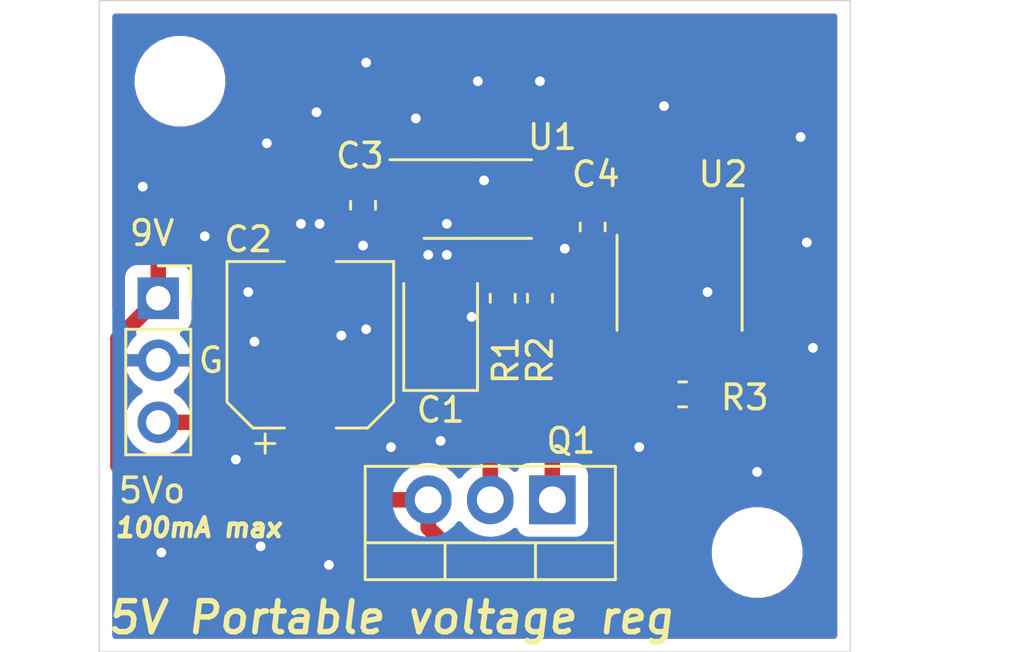
<source format=kicad_pcb>
(kicad_pcb (version 20171130) (host pcbnew 5.1.6-c6e7f7d~87~ubuntu18.04.1)

  (general
    (thickness 1.6)
    (drawings 11)
    (tracks 96)
    (zones 0)
    (modules 13)
    (nets 15)
  )

  (page A4)
  (layers
    (0 F.Cu signal)
    (31 B.Cu signal)
    (32 B.Adhes user)
    (33 F.Adhes user)
    (34 B.Paste user)
    (35 F.Paste user)
    (36 B.SilkS user hide)
    (37 F.SilkS user)
    (38 B.Mask user)
    (39 F.Mask user)
    (40 Dwgs.User user)
    (41 Cmts.User user)
    (42 Eco1.User user)
    (43 Eco2.User user hide)
    (44 Edge.Cuts user)
    (45 Margin user)
    (46 B.CrtYd user)
    (47 F.CrtYd user)
    (48 B.Fab user)
    (49 F.Fab user hide)
  )

  (setup
    (last_trace_width 0.25)
    (user_trace_width 0.1524)
    (user_trace_width 0.254)
    (user_trace_width 0.381)
    (user_trace_width 0.508)
    (user_trace_width 0.635)
    (trace_clearance 0.2)
    (zone_clearance 0.127)
    (zone_45_only no)
    (trace_min 0.2)
    (via_size 0.8)
    (via_drill 0.4)
    (via_min_size 0.4)
    (via_min_drill 0.3)
    (uvia_size 0.3)
    (uvia_drill 0.1)
    (uvias_allowed no)
    (uvia_min_size 0.2)
    (uvia_min_drill 0.1)
    (edge_width 0.05)
    (segment_width 0.2)
    (pcb_text_width 0.3)
    (pcb_text_size 1.5 1.5)
    (mod_edge_width 0.12)
    (mod_text_size 1 1)
    (mod_text_width 0.15)
    (pad_size 1.524 1.524)
    (pad_drill 0.762)
    (pad_to_mask_clearance 0.05)
    (aux_axis_origin 0 0)
    (visible_elements FFFFFF7F)
    (pcbplotparams
      (layerselection 0x010fc_ffffffff)
      (usegerberextensions false)
      (usegerberattributes true)
      (usegerberadvancedattributes true)
      (creategerberjobfile true)
      (excludeedgelayer true)
      (linewidth 0.100000)
      (plotframeref false)
      (viasonmask false)
      (mode 1)
      (useauxorigin false)
      (hpglpennumber 1)
      (hpglpenspeed 20)
      (hpglpendiameter 15.000000)
      (psnegative false)
      (psa4output false)
      (plotreference true)
      (plotvalue true)
      (plotinvisibletext false)
      (padsonsilk false)
      (subtractmaskfromsilk false)
      (outputformat 1)
      (mirror false)
      (drillshape 0)
      (scaleselection 1)
      (outputdirectory "../production/gerbers"))
  )

  (net 0 "")
  (net 1 GND)
  (net 2 /Vout)
  (net 3 "Net-(Q1-Pad1)")
  (net 4 "Net-(U2-Pad8)")
  (net 5 "Net-(U2-Pad5)")
  (net 6 "Net-(U2-Pad1)")
  (net 7 +9V)
  (net 8 "Net-(C4-Pad1)")
  (net 9 "Net-(R1-Pad1)")
  (net 10 "Net-(U1-Pad8)")
  (net 11 "Net-(U1-Pad7)")
  (net 12 "Net-(U1-Pad5)")
  (net 13 "Net-(U1-Pad3)")
  (net 14 "Net-(U1-Pad1)")

  (net_class Default "This is the default net class."
    (clearance 0.2)
    (trace_width 0.25)
    (via_dia 0.8)
    (via_drill 0.4)
    (uvia_dia 0.3)
    (uvia_drill 0.1)
    (add_net +9V)
    (add_net /Vout)
    (add_net GND)
    (add_net "Net-(C4-Pad1)")
    (add_net "Net-(Q1-Pad1)")
    (add_net "Net-(R1-Pad1)")
    (add_net "Net-(U1-Pad1)")
    (add_net "Net-(U1-Pad3)")
    (add_net "Net-(U1-Pad5)")
    (add_net "Net-(U1-Pad7)")
    (add_net "Net-(U1-Pad8)")
    (add_net "Net-(U2-Pad1)")
    (add_net "Net-(U2-Pad5)")
    (add_net "Net-(U2-Pad8)")
  )

  (module Package_SO:SOIC-8_3.9x4.9mm_P1.27mm (layer F.Cu) (tedit 5D9F72B1) (tstamp 61B843F7)
    (at 163.703 95.377 270)
    (descr "SOIC, 8 Pin (JEDEC MS-012AA, https://www.analog.com/media/en/package-pcb-resources/package/pkg_pdf/soic_narrow-r/r_8.pdf), generated with kicad-footprint-generator ipc_gullwing_generator.py")
    (tags "SOIC SO")
    (path /61C34A1C)
    (attr smd)
    (fp_text reference U2 (at -4.445 -1.778) (layer F.SilkS)
      (effects (font (size 1 1) (thickness 0.15)))
    )
    (fp_text value OPA188xxD (at 0 3.4 90) (layer F.Fab)
      (effects (font (size 1 1) (thickness 0.15)))
    )
    (fp_line (start 0 2.56) (end 1.95 2.56) (layer F.SilkS) (width 0.12))
    (fp_line (start 0 2.56) (end -1.95 2.56) (layer F.SilkS) (width 0.12))
    (fp_line (start 0 -2.56) (end 1.95 -2.56) (layer F.SilkS) (width 0.12))
    (fp_line (start 0 -2.56) (end -3.45 -2.56) (layer F.SilkS) (width 0.12))
    (fp_line (start -0.975 -2.45) (end 1.95 -2.45) (layer F.Fab) (width 0.1))
    (fp_line (start 1.95 -2.45) (end 1.95 2.45) (layer F.Fab) (width 0.1))
    (fp_line (start 1.95 2.45) (end -1.95 2.45) (layer F.Fab) (width 0.1))
    (fp_line (start -1.95 2.45) (end -1.95 -1.475) (layer F.Fab) (width 0.1))
    (fp_line (start -1.95 -1.475) (end -0.975 -2.45) (layer F.Fab) (width 0.1))
    (fp_line (start -3.7 -2.7) (end -3.7 2.7) (layer F.CrtYd) (width 0.05))
    (fp_line (start -3.7 2.7) (end 3.7 2.7) (layer F.CrtYd) (width 0.05))
    (fp_line (start 3.7 2.7) (end 3.7 -2.7) (layer F.CrtYd) (width 0.05))
    (fp_line (start 3.7 -2.7) (end -3.7 -2.7) (layer F.CrtYd) (width 0.05))
    (fp_text user %R (at 0 0 90) (layer F.Fab)
      (effects (font (size 0.98 0.98) (thickness 0.15)))
    )
    (pad 8 smd roundrect (at 2.475 -1.905 270) (size 1.95 0.6) (layers F.Cu F.Paste F.Mask) (roundrect_rratio 0.25)
      (net 4 "Net-(U2-Pad8)"))
    (pad 7 smd roundrect (at 2.475 -0.635 270) (size 1.95 0.6) (layers F.Cu F.Paste F.Mask) (roundrect_rratio 0.25)
      (net 7 +9V))
    (pad 6 smd roundrect (at 2.475 0.635 270) (size 1.95 0.6) (layers F.Cu F.Paste F.Mask) (roundrect_rratio 0.25)
      (net 3 "Net-(Q1-Pad1)"))
    (pad 5 smd roundrect (at 2.475 1.905 270) (size 1.95 0.6) (layers F.Cu F.Paste F.Mask) (roundrect_rratio 0.25)
      (net 5 "Net-(U2-Pad5)"))
    (pad 4 smd roundrect (at -2.475 1.905 270) (size 1.95 0.6) (layers F.Cu F.Paste F.Mask) (roundrect_rratio 0.25)
      (net 1 GND))
    (pad 3 smd roundrect (at -2.475 0.635 270) (size 1.95 0.6) (layers F.Cu F.Paste F.Mask) (roundrect_rratio 0.25)
      (net 9 "Net-(R1-Pad1)"))
    (pad 2 smd roundrect (at -2.475 -0.635 270) (size 1.95 0.6) (layers F.Cu F.Paste F.Mask) (roundrect_rratio 0.25)
      (net 8 "Net-(C4-Pad1)"))
    (pad 1 smd roundrect (at -2.475 -1.905 270) (size 1.95 0.6) (layers F.Cu F.Paste F.Mask) (roundrect_rratio 0.25)
      (net 6 "Net-(U2-Pad1)"))
    (model ${KISYS3DMOD}/Package_SO.3dshapes/SOIC-8_3.9x4.9mm_P1.27mm.wrl
      (at (xyz 0 0 0))
      (scale (xyz 1 1 1))
      (rotate (xyz 0 0 0))
    )
  )

  (module Capacitor_SMD:CP_Elec_6.3x5.4_Nichicon (layer F.Cu) (tedit 5BCA39D0) (tstamp 61C2E8C0)
    (at 148.59 97.917 90)
    (descr "SMD capacitor, aluminum electrolytic, Nichicon, 6.3x5.4mm")
    (tags "capacitor electrolytic")
    (path /61C5C981)
    (attr smd)
    (fp_text reference C2 (at 4.318 -2.54 180) (layer F.SilkS)
      (effects (font (size 1 1) (thickness 0.15)))
    )
    (fp_text value 1000u (at 0 4.35 90) (layer F.Fab)
      (effects (font (size 1 1) (thickness 0.15)))
    )
    (fp_circle (center 0 0) (end 3.15 0) (layer F.Fab) (width 0.1))
    (fp_line (start 3.3 -3.3) (end 3.3 3.3) (layer F.Fab) (width 0.1))
    (fp_line (start -2.3 -3.3) (end 3.3 -3.3) (layer F.Fab) (width 0.1))
    (fp_line (start -2.3 3.3) (end 3.3 3.3) (layer F.Fab) (width 0.1))
    (fp_line (start -3.3 -2.3) (end -3.3 2.3) (layer F.Fab) (width 0.1))
    (fp_line (start -3.3 -2.3) (end -2.3 -3.3) (layer F.Fab) (width 0.1))
    (fp_line (start -3.3 2.3) (end -2.3 3.3) (layer F.Fab) (width 0.1))
    (fp_line (start -2.704838 -1.33) (end -2.074838 -1.33) (layer F.Fab) (width 0.1))
    (fp_line (start -2.389838 -1.645) (end -2.389838 -1.015) (layer F.Fab) (width 0.1))
    (fp_line (start 3.41 3.41) (end 3.41 1.06) (layer F.SilkS) (width 0.12))
    (fp_line (start 3.41 -3.41) (end 3.41 -1.06) (layer F.SilkS) (width 0.12))
    (fp_line (start -2.345563 -3.41) (end 3.41 -3.41) (layer F.SilkS) (width 0.12))
    (fp_line (start -2.345563 3.41) (end 3.41 3.41) (layer F.SilkS) (width 0.12))
    (fp_line (start -3.41 2.345563) (end -3.41 1.06) (layer F.SilkS) (width 0.12))
    (fp_line (start -3.41 -2.345563) (end -3.41 -1.06) (layer F.SilkS) (width 0.12))
    (fp_line (start -3.41 -2.345563) (end -2.345563 -3.41) (layer F.SilkS) (width 0.12))
    (fp_line (start -3.41 2.345563) (end -2.345563 3.41) (layer F.SilkS) (width 0.12))
    (fp_line (start -4.4375 -1.8475) (end -3.65 -1.8475) (layer F.SilkS) (width 0.12))
    (fp_line (start -4.04375 -2.24125) (end -4.04375 -1.45375) (layer F.SilkS) (width 0.12))
    (fp_line (start 3.55 -3.55) (end 3.55 -1.05) (layer F.CrtYd) (width 0.05))
    (fp_line (start 3.55 -1.05) (end 4.7 -1.05) (layer F.CrtYd) (width 0.05))
    (fp_line (start 4.7 -1.05) (end 4.7 1.05) (layer F.CrtYd) (width 0.05))
    (fp_line (start 4.7 1.05) (end 3.55 1.05) (layer F.CrtYd) (width 0.05))
    (fp_line (start 3.55 1.05) (end 3.55 3.55) (layer F.CrtYd) (width 0.05))
    (fp_line (start -2.4 3.55) (end 3.55 3.55) (layer F.CrtYd) (width 0.05))
    (fp_line (start -2.4 -3.55) (end 3.55 -3.55) (layer F.CrtYd) (width 0.05))
    (fp_line (start -3.55 2.4) (end -2.4 3.55) (layer F.CrtYd) (width 0.05))
    (fp_line (start -3.55 -2.4) (end -2.4 -3.55) (layer F.CrtYd) (width 0.05))
    (fp_line (start -3.55 -2.4) (end -3.55 -1.05) (layer F.CrtYd) (width 0.05))
    (fp_line (start -3.55 1.05) (end -3.55 2.4) (layer F.CrtYd) (width 0.05))
    (fp_line (start -3.55 -1.05) (end -4.7 -1.05) (layer F.CrtYd) (width 0.05))
    (fp_line (start -4.7 -1.05) (end -4.7 1.05) (layer F.CrtYd) (width 0.05))
    (fp_line (start -4.7 1.05) (end -3.55 1.05) (layer F.CrtYd) (width 0.05))
    (fp_text user %R (at 0 0 90) (layer F.Fab)
      (effects (font (size 1 1) (thickness 0.15)))
    )
    (pad 2 smd roundrect (at 2.7 0 90) (size 3.5 1.6) (layers F.Cu F.Paste F.Mask) (roundrect_rratio 0.15625)
      (net 1 GND))
    (pad 1 smd roundrect (at -2.7 0 90) (size 3.5 1.6) (layers F.Cu F.Paste F.Mask) (roundrect_rratio 0.15625)
      (net 2 /Vout))
    (model ${KISYS3DMOD}/Capacitor_SMD.3dshapes/CP_Elec_6.3x5.4_Nichicon.wrl
      (at (xyz 0 0 0))
      (scale (xyz 1 1 1))
      (rotate (xyz 0 0 0))
    )
  )

  (module Package_SO:TSSOP-8_4.4x3mm_P0.65mm (layer F.Cu) (tedit 5E476F32) (tstamp 61B843DD)
    (at 155.448 91.948)
    (descr "TSSOP, 8 Pin (JEDEC MO-153 Var AA https://www.jedec.org/document_search?search_api_views_fulltext=MO-153), generated with kicad-footprint-generator ipc_gullwing_generator.py")
    (tags "TSSOP SO")
    (path /61C34F2E)
    (attr smd)
    (fp_text reference U1 (at 3.048 -2.54) (layer F.SilkS)
      (effects (font (size 1 1) (thickness 0.15)))
    )
    (fp_text value ADR293GRUZ (at 0 2.45) (layer F.Fab)
      (effects (font (size 1 1) (thickness 0.15)))
    )
    (fp_line (start 0 1.61) (end 2.2 1.61) (layer F.SilkS) (width 0.12))
    (fp_line (start 0 1.61) (end -2.2 1.61) (layer F.SilkS) (width 0.12))
    (fp_line (start 0 -1.61) (end 2.2 -1.61) (layer F.SilkS) (width 0.12))
    (fp_line (start 0 -1.61) (end -3.6 -1.61) (layer F.SilkS) (width 0.12))
    (fp_line (start -1.45 -1.5) (end 2.2 -1.5) (layer F.Fab) (width 0.1))
    (fp_line (start 2.2 -1.5) (end 2.2 1.5) (layer F.Fab) (width 0.1))
    (fp_line (start 2.2 1.5) (end -2.2 1.5) (layer F.Fab) (width 0.1))
    (fp_line (start -2.2 1.5) (end -2.2 -0.75) (layer F.Fab) (width 0.1))
    (fp_line (start -2.2 -0.75) (end -1.45 -1.5) (layer F.Fab) (width 0.1))
    (fp_line (start -3.85 -1.75) (end -3.85 1.75) (layer F.CrtYd) (width 0.05))
    (fp_line (start -3.85 1.75) (end 3.85 1.75) (layer F.CrtYd) (width 0.05))
    (fp_line (start 3.85 1.75) (end 3.85 -1.75) (layer F.CrtYd) (width 0.05))
    (fp_line (start 3.85 -1.75) (end -3.85 -1.75) (layer F.CrtYd) (width 0.05))
    (fp_text user %R (at 0 0) (layer F.Fab)
      (effects (font (size 1 1) (thickness 0.15)))
    )
    (pad 8 smd roundrect (at 2.8625 -0.975) (size 1.475 0.4) (layers F.Cu F.Paste F.Mask) (roundrect_rratio 0.25)
      (net 10 "Net-(U1-Pad8)"))
    (pad 7 smd roundrect (at 2.8625 -0.325) (size 1.475 0.4) (layers F.Cu F.Paste F.Mask) (roundrect_rratio 0.25)
      (net 11 "Net-(U1-Pad7)"))
    (pad 6 smd roundrect (at 2.8625 0.325) (size 1.475 0.4) (layers F.Cu F.Paste F.Mask) (roundrect_rratio 0.25)
      (net 8 "Net-(C4-Pad1)"))
    (pad 5 smd roundrect (at 2.8625 0.975) (size 1.475 0.4) (layers F.Cu F.Paste F.Mask) (roundrect_rratio 0.25)
      (net 12 "Net-(U1-Pad5)"))
    (pad 4 smd roundrect (at -2.8625 0.975) (size 1.475 0.4) (layers F.Cu F.Paste F.Mask) (roundrect_rratio 0.25)
      (net 1 GND))
    (pad 3 smd roundrect (at -2.8625 0.325) (size 1.475 0.4) (layers F.Cu F.Paste F.Mask) (roundrect_rratio 0.25)
      (net 13 "Net-(U1-Pad3)"))
    (pad 2 smd roundrect (at -2.8625 -0.325) (size 1.475 0.4) (layers F.Cu F.Paste F.Mask) (roundrect_rratio 0.25)
      (net 7 +9V))
    (pad 1 smd roundrect (at -2.8625 -0.975) (size 1.475 0.4) (layers F.Cu F.Paste F.Mask) (roundrect_rratio 0.25)
      (net 14 "Net-(U1-Pad1)"))
    (model ${KISYS3DMOD}/Package_SO.3dshapes/TSSOP-8_4.4x3mm_P0.65mm.wrl
      (at (xyz 0 0 0))
      (scale (xyz 1 1 1))
      (rotate (xyz 0 0 0))
    )
  )

  (module Package_TO_SOT_THT:TO-220-3_Vertical (layer F.Cu) (tedit 5AC8BA0D) (tstamp 61B84350)
    (at 158.496 104.267 180)
    (descr "TO-220-3, Vertical, RM 2.54mm, see https://www.vishay.com/docs/66542/to-220-1.pdf")
    (tags "TO-220-3 Vertical RM 2.54mm")
    (path /61C571DB)
    (fp_text reference Q1 (at -0.762 2.413) (layer F.SilkS)
      (effects (font (size 1 1) (thickness 0.15)))
    )
    (fp_text value IRF9540N (at 2.54 2.5) (layer F.Fab)
      (effects (font (size 1 1) (thickness 0.15)))
    )
    (fp_line (start -2.46 -3.15) (end -2.46 1.25) (layer F.Fab) (width 0.1))
    (fp_line (start -2.46 1.25) (end 7.54 1.25) (layer F.Fab) (width 0.1))
    (fp_line (start 7.54 1.25) (end 7.54 -3.15) (layer F.Fab) (width 0.1))
    (fp_line (start 7.54 -3.15) (end -2.46 -3.15) (layer F.Fab) (width 0.1))
    (fp_line (start -2.46 -1.88) (end 7.54 -1.88) (layer F.Fab) (width 0.1))
    (fp_line (start 0.69 -3.15) (end 0.69 -1.88) (layer F.Fab) (width 0.1))
    (fp_line (start 4.39 -3.15) (end 4.39 -1.88) (layer F.Fab) (width 0.1))
    (fp_line (start -2.58 -3.27) (end 7.66 -3.27) (layer F.SilkS) (width 0.12))
    (fp_line (start -2.58 1.371) (end 7.66 1.371) (layer F.SilkS) (width 0.12))
    (fp_line (start -2.58 -3.27) (end -2.58 1.371) (layer F.SilkS) (width 0.12))
    (fp_line (start 7.66 -3.27) (end 7.66 1.371) (layer F.SilkS) (width 0.12))
    (fp_line (start -2.58 -1.76) (end 7.66 -1.76) (layer F.SilkS) (width 0.12))
    (fp_line (start 0.69 -3.27) (end 0.69 -1.76) (layer F.SilkS) (width 0.12))
    (fp_line (start 4.391 -3.27) (end 4.391 -1.76) (layer F.SilkS) (width 0.12))
    (fp_line (start -2.71 -3.4) (end -2.71 1.51) (layer F.CrtYd) (width 0.05))
    (fp_line (start -2.71 1.51) (end 7.79 1.51) (layer F.CrtYd) (width 0.05))
    (fp_line (start 7.79 1.51) (end 7.79 -3.4) (layer F.CrtYd) (width 0.05))
    (fp_line (start 7.79 -3.4) (end -2.71 -3.4) (layer F.CrtYd) (width 0.05))
    (fp_text user %R (at 2.54 -4.27) (layer F.Fab)
      (effects (font (size 1 1) (thickness 0.15)))
    )
    (pad 3 thru_hole oval (at 5.08 0 180) (size 1.905 2) (drill 1.1) (layers *.Cu *.Mask)
      (net 7 +9V))
    (pad 2 thru_hole oval (at 2.54 0 180) (size 1.905 2) (drill 1.1) (layers *.Cu *.Mask)
      (net 2 /Vout))
    (pad 1 thru_hole rect (at 0 0 180) (size 1.905 2) (drill 1.1) (layers *.Cu *.Mask)
      (net 3 "Net-(Q1-Pad1)"))
    (model ${KISYS3DMOD}/Package_TO_SOT_THT.3dshapes/TO-220-3_Vertical.wrl
      (at (xyz 0 0 0))
      (scale (xyz 1 1 1))
      (rotate (xyz 0 0 0))
    )
  )

  (module Connector_PinSocket_2.54mm:PinSocket_1x03_P2.54mm_Vertical (layer F.Cu) (tedit 5A19A429) (tstamp 61B858DE)
    (at 142.367 96.012)
    (descr "Through hole straight socket strip, 1x03, 2.54mm pitch, single row (from Kicad 4.0.7), script generated")
    (tags "Through hole socket strip THT 1x03 2.54mm single row")
    (path /61C64DB9)
    (fp_text reference J1 (at 0 -2.77) (layer F.SilkS) hide
      (effects (font (size 1 1) (thickness 0.15)))
    )
    (fp_text value Conn_01x03 (at 0 7.85) (layer F.Fab)
      (effects (font (size 1 1) (thickness 0.15)))
    )
    (fp_line (start -1.27 -1.27) (end 0.635 -1.27) (layer F.Fab) (width 0.1))
    (fp_line (start 0.635 -1.27) (end 1.27 -0.635) (layer F.Fab) (width 0.1))
    (fp_line (start 1.27 -0.635) (end 1.27 6.35) (layer F.Fab) (width 0.1))
    (fp_line (start 1.27 6.35) (end -1.27 6.35) (layer F.Fab) (width 0.1))
    (fp_line (start -1.27 6.35) (end -1.27 -1.27) (layer F.Fab) (width 0.1))
    (fp_line (start -1.33 1.27) (end 1.33 1.27) (layer F.SilkS) (width 0.12))
    (fp_line (start -1.33 1.27) (end -1.33 6.41) (layer F.SilkS) (width 0.12))
    (fp_line (start -1.33 6.41) (end 1.33 6.41) (layer F.SilkS) (width 0.12))
    (fp_line (start 1.33 1.27) (end 1.33 6.41) (layer F.SilkS) (width 0.12))
    (fp_line (start 1.33 -1.33) (end 1.33 0) (layer F.SilkS) (width 0.12))
    (fp_line (start 0 -1.33) (end 1.33 -1.33) (layer F.SilkS) (width 0.12))
    (fp_line (start -1.8 -1.8) (end 1.75 -1.8) (layer F.CrtYd) (width 0.05))
    (fp_line (start 1.75 -1.8) (end 1.75 6.85) (layer F.CrtYd) (width 0.05))
    (fp_line (start 1.75 6.85) (end -1.8 6.85) (layer F.CrtYd) (width 0.05))
    (fp_line (start -1.8 6.85) (end -1.8 -1.8) (layer F.CrtYd) (width 0.05))
    (fp_text user %R (at 0 2.54 90) (layer F.Fab)
      (effects (font (size 1 1) (thickness 0.15)))
    )
    (pad 3 thru_hole oval (at 0 5.08) (size 1.7 1.7) (drill 1) (layers *.Cu *.Mask)
      (net 2 /Vout))
    (pad 2 thru_hole oval (at 0 2.54) (size 1.7 1.7) (drill 1) (layers *.Cu *.Mask)
      (net 1 GND))
    (pad 1 thru_hole rect (at 0 0) (size 1.7 1.7) (drill 1) (layers *.Cu *.Mask)
      (net 7 +9V))
  )

  (module Capacitor_SMD:C_0603_1608Metric (layer F.Cu) (tedit 5B301BBE) (tstamp 61C2E8E2)
    (at 160.147 93.091 270)
    (descr "Capacitor SMD 0603 (1608 Metric), square (rectangular) end terminal, IPC_7351 nominal, (Body size source: http://www.tortai-tech.com/upload/download/2011102023233369053.pdf), generated with kicad-footprint-generator")
    (tags capacitor)
    (path /61C35F6D)
    (attr smd)
    (fp_text reference C4 (at -2.159 -0.127 180) (layer F.SilkS)
      (effects (font (size 1 1) (thickness 0.15)))
    )
    (fp_text value 100n (at 0 1.43 90) (layer F.Fab)
      (effects (font (size 1 1) (thickness 0.15)))
    )
    (fp_line (start -0.8 0.4) (end -0.8 -0.4) (layer F.Fab) (width 0.1))
    (fp_line (start -0.8 -0.4) (end 0.8 -0.4) (layer F.Fab) (width 0.1))
    (fp_line (start 0.8 -0.4) (end 0.8 0.4) (layer F.Fab) (width 0.1))
    (fp_line (start 0.8 0.4) (end -0.8 0.4) (layer F.Fab) (width 0.1))
    (fp_line (start -0.162779 -0.51) (end 0.162779 -0.51) (layer F.SilkS) (width 0.12))
    (fp_line (start -0.162779 0.51) (end 0.162779 0.51) (layer F.SilkS) (width 0.12))
    (fp_line (start -1.48 0.73) (end -1.48 -0.73) (layer F.CrtYd) (width 0.05))
    (fp_line (start -1.48 -0.73) (end 1.48 -0.73) (layer F.CrtYd) (width 0.05))
    (fp_line (start 1.48 -0.73) (end 1.48 0.73) (layer F.CrtYd) (width 0.05))
    (fp_line (start 1.48 0.73) (end -1.48 0.73) (layer F.CrtYd) (width 0.05))
    (fp_text user %R (at 0 0 90) (layer F.Fab)
      (effects (font (size 0.4 0.4) (thickness 0.06)))
    )
    (pad 2 smd roundrect (at 0.7875 0 270) (size 0.875 0.95) (layers F.Cu F.Paste F.Mask) (roundrect_rratio 0.25)
      (net 1 GND))
    (pad 1 smd roundrect (at -0.7875 0 270) (size 0.875 0.95) (layers F.Cu F.Paste F.Mask) (roundrect_rratio 0.25)
      (net 8 "Net-(C4-Pad1)"))
    (model ${KISYS3DMOD}/Capacitor_SMD.3dshapes/C_0603_1608Metric.wrl
      (at (xyz 0 0 0))
      (scale (xyz 1 1 1))
      (rotate (xyz 0 0 0))
    )
  )

  (module Capacitor_SMD:C_0603_1608Metric (layer F.Cu) (tedit 5B301BBE) (tstamp 61C2E8D1)
    (at 150.749 92.202 270)
    (descr "Capacitor SMD 0603 (1608 Metric), square (rectangular) end terminal, IPC_7351 nominal, (Body size source: http://www.tortai-tech.com/upload/download/2011102023233369053.pdf), generated with kicad-footprint-generator")
    (tags capacitor)
    (path /61BBCD16)
    (attr smd)
    (fp_text reference C3 (at -2.032 0.127 180) (layer F.SilkS)
      (effects (font (size 1 1) (thickness 0.15)))
    )
    (fp_text value 100n (at 0 1.43 90) (layer F.Fab)
      (effects (font (size 1 1) (thickness 0.15)))
    )
    (fp_line (start -0.8 0.4) (end -0.8 -0.4) (layer F.Fab) (width 0.1))
    (fp_line (start -0.8 -0.4) (end 0.8 -0.4) (layer F.Fab) (width 0.1))
    (fp_line (start 0.8 -0.4) (end 0.8 0.4) (layer F.Fab) (width 0.1))
    (fp_line (start 0.8 0.4) (end -0.8 0.4) (layer F.Fab) (width 0.1))
    (fp_line (start -0.162779 -0.51) (end 0.162779 -0.51) (layer F.SilkS) (width 0.12))
    (fp_line (start -0.162779 0.51) (end 0.162779 0.51) (layer F.SilkS) (width 0.12))
    (fp_line (start -1.48 0.73) (end -1.48 -0.73) (layer F.CrtYd) (width 0.05))
    (fp_line (start -1.48 -0.73) (end 1.48 -0.73) (layer F.CrtYd) (width 0.05))
    (fp_line (start 1.48 -0.73) (end 1.48 0.73) (layer F.CrtYd) (width 0.05))
    (fp_line (start 1.48 0.73) (end -1.48 0.73) (layer F.CrtYd) (width 0.05))
    (fp_text user %R (at 0 0 90) (layer F.Fab)
      (effects (font (size 0.4 0.4) (thickness 0.06)))
    )
    (pad 2 smd roundrect (at 0.7875 0 270) (size 0.875 0.95) (layers F.Cu F.Paste F.Mask) (roundrect_rratio 0.25)
      (net 1 GND))
    (pad 1 smd roundrect (at -0.7875 0 270) (size 0.875 0.95) (layers F.Cu F.Paste F.Mask) (roundrect_rratio 0.25)
      (net 7 +9V))
    (model ${KISYS3DMOD}/Capacitor_SMD.3dshapes/C_0603_1608Metric.wrl
      (at (xyz 0 0 0))
      (scale (xyz 1 1 1))
      (rotate (xyz 0 0 0))
    )
  )

  (module Capacitor_Tantalum_SMD:CP_EIA-3528-12_Kemet-T_Pad1.50x2.35mm_HandSolder (layer F.Cu) (tedit 5B342532) (tstamp 61B8430E)
    (at 153.924 97.155 90)
    (descr "Tantalum Capacitor SMD Kemet-T (3528-12 Metric), IPC_7351 nominal, (Body size from: http://www.kemet.com/Lists/ProductCatalog/Attachments/253/KEM_TC101_STD.pdf), generated with kicad-footprint-generator")
    (tags "capacitor tantalum")
    (path /61C59DF0)
    (attr smd)
    (fp_text reference C1 (at -3.429 0 180) (layer F.SilkS)
      (effects (font (size 1 1) (thickness 0.15)))
    )
    (fp_text value 68u (at 0 2.35 90) (layer F.Fab)
      (effects (font (size 1 1) (thickness 0.15)))
    )
    (fp_line (start 1.75 -1.4) (end -1.05 -1.4) (layer F.Fab) (width 0.1))
    (fp_line (start -1.05 -1.4) (end -1.75 -0.7) (layer F.Fab) (width 0.1))
    (fp_line (start -1.75 -0.7) (end -1.75 1.4) (layer F.Fab) (width 0.1))
    (fp_line (start -1.75 1.4) (end 1.75 1.4) (layer F.Fab) (width 0.1))
    (fp_line (start 1.75 1.4) (end 1.75 -1.4) (layer F.Fab) (width 0.1))
    (fp_line (start 1.75 -1.51) (end -2.635 -1.51) (layer F.SilkS) (width 0.12))
    (fp_line (start -2.635 -1.51) (end -2.635 1.51) (layer F.SilkS) (width 0.12))
    (fp_line (start -2.635 1.51) (end 1.75 1.51) (layer F.SilkS) (width 0.12))
    (fp_line (start -2.62 1.65) (end -2.62 -1.65) (layer F.CrtYd) (width 0.05))
    (fp_line (start -2.62 -1.65) (end 2.62 -1.65) (layer F.CrtYd) (width 0.05))
    (fp_line (start 2.62 -1.65) (end 2.62 1.65) (layer F.CrtYd) (width 0.05))
    (fp_line (start 2.62 1.65) (end -2.62 1.65) (layer F.CrtYd) (width 0.05))
    (fp_text user %R (at 0 0 90) (layer F.Fab)
      (effects (font (size 0.88 0.88) (thickness 0.13)))
    )
    (pad 2 smd roundrect (at 1.625 0 90) (size 1.5 2.35) (layers F.Cu F.Paste F.Mask) (roundrect_rratio 0.166667)
      (net 1 GND))
    (pad 1 smd roundrect (at -1.625 0 90) (size 1.5 2.35) (layers F.Cu F.Paste F.Mask) (roundrect_rratio 0.166667)
      (net 2 /Vout))
    (model ${KISYS3DMOD}/Capacitor_Tantalum_SMD.3dshapes/CP_EIA-3528-12_Kemet-T.wrl
      (at (xyz 0 0 0))
      (scale (xyz 1 1 1))
      (rotate (xyz 0 0 0))
    )
  )

  (module Resistor_SMD:R_0603_1608Metric (layer F.Cu) (tedit 5B301BBD) (tstamp 61B84383)
    (at 163.83 99.949 180)
    (descr "Resistor SMD 0603 (1608 Metric), square (rectangular) end terminal, IPC_7351 nominal, (Body size source: http://www.tortai-tech.com/upload/download/2011102023233369053.pdf), generated with kicad-footprint-generator")
    (tags resistor)
    (path /61B2103D)
    (attr smd)
    (fp_text reference R3 (at -2.54 -0.127) (layer F.SilkS)
      (effects (font (size 1 1) (thickness 0.15)))
    )
    (fp_text value 510K (at 0 1.43) (layer F.Fab)
      (effects (font (size 1 1) (thickness 0.15)))
    )
    (fp_line (start -0.8 0.4) (end -0.8 -0.4) (layer F.Fab) (width 0.1))
    (fp_line (start -0.8 -0.4) (end 0.8 -0.4) (layer F.Fab) (width 0.1))
    (fp_line (start 0.8 -0.4) (end 0.8 0.4) (layer F.Fab) (width 0.1))
    (fp_line (start 0.8 0.4) (end -0.8 0.4) (layer F.Fab) (width 0.1))
    (fp_line (start -0.162779 -0.51) (end 0.162779 -0.51) (layer F.SilkS) (width 0.12))
    (fp_line (start -0.162779 0.51) (end 0.162779 0.51) (layer F.SilkS) (width 0.12))
    (fp_line (start -1.48 0.73) (end -1.48 -0.73) (layer F.CrtYd) (width 0.05))
    (fp_line (start -1.48 -0.73) (end 1.48 -0.73) (layer F.CrtYd) (width 0.05))
    (fp_line (start 1.48 -0.73) (end 1.48 0.73) (layer F.CrtYd) (width 0.05))
    (fp_line (start 1.48 0.73) (end -1.48 0.73) (layer F.CrtYd) (width 0.05))
    (fp_text user %R (at 0 0) (layer F.Fab)
      (effects (font (size 0.4 0.4) (thickness 0.06)))
    )
    (pad 2 smd roundrect (at 0.7875 0 180) (size 0.875 0.95) (layers F.Cu F.Paste F.Mask) (roundrect_rratio 0.25)
      (net 3 "Net-(Q1-Pad1)"))
    (pad 1 smd roundrect (at -0.7875 0 180) (size 0.875 0.95) (layers F.Cu F.Paste F.Mask) (roundrect_rratio 0.25)
      (net 7 +9V))
    (model ${KISYS3DMOD}/Resistor_SMD.3dshapes/R_0603_1608Metric.wrl
      (at (xyz 0 0 0))
      (scale (xyz 1 1 1))
      (rotate (xyz 0 0 0))
    )
  )

  (module Resistor_SMD:R_0603_1608Metric (layer F.Cu) (tedit 5B301BBD) (tstamp 61B84372)
    (at 157.988 96.012 90)
    (descr "Resistor SMD 0603 (1608 Metric), square (rectangular) end terminal, IPC_7351 nominal, (Body size source: http://www.tortai-tech.com/upload/download/2011102023233369053.pdf), generated with kicad-footprint-generator")
    (tags resistor)
    (path /61C5DBDA)
    (attr smd)
    (fp_text reference R2 (at -2.54 0 270) (layer F.SilkS)
      (effects (font (size 1 1) (thickness 0.15)))
    )
    (fp_text value 402K (at 0 1.43 90) (layer F.Fab)
      (effects (font (size 1 1) (thickness 0.15)))
    )
    (fp_line (start -0.8 0.4) (end -0.8 -0.4) (layer F.Fab) (width 0.1))
    (fp_line (start -0.8 -0.4) (end 0.8 -0.4) (layer F.Fab) (width 0.1))
    (fp_line (start 0.8 -0.4) (end 0.8 0.4) (layer F.Fab) (width 0.1))
    (fp_line (start 0.8 0.4) (end -0.8 0.4) (layer F.Fab) (width 0.1))
    (fp_line (start -0.162779 -0.51) (end 0.162779 -0.51) (layer F.SilkS) (width 0.12))
    (fp_line (start -0.162779 0.51) (end 0.162779 0.51) (layer F.SilkS) (width 0.12))
    (fp_line (start -1.48 0.73) (end -1.48 -0.73) (layer F.CrtYd) (width 0.05))
    (fp_line (start -1.48 -0.73) (end 1.48 -0.73) (layer F.CrtYd) (width 0.05))
    (fp_line (start 1.48 -0.73) (end 1.48 0.73) (layer F.CrtYd) (width 0.05))
    (fp_line (start 1.48 0.73) (end -1.48 0.73) (layer F.CrtYd) (width 0.05))
    (fp_text user %R (at 0 0 90) (layer F.Fab)
      (effects (font (size 0.4 0.4) (thickness 0.06)))
    )
    (pad 2 smd roundrect (at 0.7875 0 90) (size 0.875 0.95) (layers F.Cu F.Paste F.Mask) (roundrect_rratio 0.25)
      (net 9 "Net-(R1-Pad1)"))
    (pad 1 smd roundrect (at -0.7875 0 90) (size 0.875 0.95) (layers F.Cu F.Paste F.Mask) (roundrect_rratio 0.25)
      (net 2 /Vout))
    (model ${KISYS3DMOD}/Resistor_SMD.3dshapes/R_0603_1608Metric.wrl
      (at (xyz 0 0 0))
      (scale (xyz 1 1 1))
      (rotate (xyz 0 0 0))
    )
  )

  (module Resistor_SMD:R_0603_1608Metric (layer F.Cu) (tedit 5B301BBD) (tstamp 61B84361)
    (at 156.464 96.012 270)
    (descr "Resistor SMD 0603 (1608 Metric), square (rectangular) end terminal, IPC_7351 nominal, (Body size source: http://www.tortai-tech.com/upload/download/2011102023233369053.pdf), generated with kicad-footprint-generator")
    (tags resistor)
    (path /61C4B67A)
    (attr smd)
    (fp_text reference R1 (at 2.54 -0.127 90) (layer F.SilkS)
      (effects (font (size 1 1) (thickness 0.15)))
    )
    (fp_text value 402K (at 0 1.43 90) (layer F.Fab)
      (effects (font (size 1 1) (thickness 0.15)))
    )
    (fp_line (start -0.8 0.4) (end -0.8 -0.4) (layer F.Fab) (width 0.1))
    (fp_line (start -0.8 -0.4) (end 0.8 -0.4) (layer F.Fab) (width 0.1))
    (fp_line (start 0.8 -0.4) (end 0.8 0.4) (layer F.Fab) (width 0.1))
    (fp_line (start 0.8 0.4) (end -0.8 0.4) (layer F.Fab) (width 0.1))
    (fp_line (start -0.162779 -0.51) (end 0.162779 -0.51) (layer F.SilkS) (width 0.12))
    (fp_line (start -0.162779 0.51) (end 0.162779 0.51) (layer F.SilkS) (width 0.12))
    (fp_line (start -1.48 0.73) (end -1.48 -0.73) (layer F.CrtYd) (width 0.05))
    (fp_line (start -1.48 -0.73) (end 1.48 -0.73) (layer F.CrtYd) (width 0.05))
    (fp_line (start 1.48 -0.73) (end 1.48 0.73) (layer F.CrtYd) (width 0.05))
    (fp_line (start 1.48 0.73) (end -1.48 0.73) (layer F.CrtYd) (width 0.05))
    (fp_text user %R (at 0 0 90) (layer F.Fab)
      (effects (font (size 0.4 0.4) (thickness 0.06)))
    )
    (pad 2 smd roundrect (at 0.7875 0 270) (size 0.875 0.95) (layers F.Cu F.Paste F.Mask) (roundrect_rratio 0.25)
      (net 1 GND))
    (pad 1 smd roundrect (at -0.7875 0 270) (size 0.875 0.95) (layers F.Cu F.Paste F.Mask) (roundrect_rratio 0.25)
      (net 9 "Net-(R1-Pad1)"))
    (model ${KISYS3DMOD}/Resistor_SMD.3dshapes/R_0603_1608Metric.wrl
      (at (xyz 0 0 0))
      (scale (xyz 1 1 1))
      (rotate (xyz 0 0 0))
    )
  )

  (module MountingHole:MountingHole_2.7mm_M2.5 (layer F.Cu) (tedit 56D1B4CB) (tstamp 61A8CCDD)
    (at 166.878 106.426)
    (descr "Mounting Hole 2.7mm, no annular, M2.5")
    (tags "mounting hole 2.7mm no annular m2.5")
    (path /61B14D6F)
    (attr virtual)
    (fp_text reference H1 (at -4.064 2.286) (layer F.SilkS) hide
      (effects (font (size 1 1) (thickness 0.15)))
    )
    (fp_text value MountingHole (at 0 3.7) (layer F.Fab)
      (effects (font (size 1 1) (thickness 0.15)))
    )
    (fp_circle (center 0 0) (end 2.95 0) (layer F.CrtYd) (width 0.05))
    (fp_circle (center 0 0) (end 2.7 0) (layer Cmts.User) (width 0.15))
    (fp_text user %R (at 0.3 0) (layer F.Fab)
      (effects (font (size 1 1) (thickness 0.15)))
    )
    (pad 1 np_thru_hole circle (at 0 0) (size 2.7 2.7) (drill 2.7) (layers *.Cu *.Mask))
  )

  (module MountingHole:MountingHole_2.7mm_M2.5 (layer F.Cu) (tedit 56D1B4CB) (tstamp 61A8D2F5)
    (at 143.256 87.122)
    (descr "Mounting Hole 2.7mm, no annular, M2.5")
    (tags "mounting hole 2.7mm no annular m2.5")
    (path /61B1347B)
    (attr virtual)
    (fp_text reference H2 (at 0 -3.7) (layer F.SilkS) hide
      (effects (font (size 1 1) (thickness 0.15)))
    )
    (fp_text value MountingHole (at 0 3.7) (layer F.Fab)
      (effects (font (size 1 1) (thickness 0.15)))
    )
    (fp_circle (center 0 0) (end 2.95 0) (layer F.CrtYd) (width 0.05))
    (fp_circle (center 0 0) (end 2.7 0) (layer Cmts.User) (width 0.15))
    (fp_text user %R (at 0.3 0) (layer F.Fab)
      (effects (font (size 1 1) (thickness 0.15)))
    )
    (pad 1 np_thru_hole circle (at 0 0) (size 2.7 2.7) (drill 2.7) (layers *.Cu *.Mask))
  )

  (gr_text G (at 144.526 98.552) (layer F.SilkS) (tstamp 61C2E299)
    (effects (font (size 1 1) (thickness 0.15)))
  )
  (gr_text "100mA max" (at 144.018 105.41) (layer F.SilkS) (tstamp 61C30497)
    (effects (font (size 0.762 0.762) (thickness 0.1905) italic))
  )
  (gr_text "5V Portable voltage reg" (at 151.892 109.093) (layer F.SilkS)
    (effects (font (size 1.27 1.27) (thickness 0.2286) italic))
  )
  (gr_text "12/12/2021\n" (at 165.227 85.598) (layer F.Mask) (tstamp 61A8E1A5)
    (effects (font (size 1 1) (thickness 0.15) italic))
  )
  (gr_text "JF Saraceno" (at 144.78 109.22) (layer B.Mask) (tstamp 61A8E090)
    (effects (font (size 1 1) (thickness 0.15) italic) (justify mirror))
  )
  (gr_text 9V (at 142.113 93.345) (layer F.SilkS) (tstamp 61A8DF55)
    (effects (font (size 1 1) (thickness 0.15)))
  )
  (gr_text 5Vo (at 142.113 103.886) (layer F.SilkS) (tstamp 61A8DF51)
    (effects (font (size 1 1) (thickness 0.15)))
  )
  (gr_line (start 170.688 83.82) (end 139.954 83.82) (layer Edge.Cuts) (width 0.05))
  (gr_line (start 170.688 110.49) (end 170.688 83.82) (layer Edge.Cuts) (width 0.05))
  (gr_line (start 139.954 110.49) (end 170.688 110.49) (layer Edge.Cuts) (width 0.05))
  (gr_line (start 139.954 83.82) (end 139.954 110.49) (layer Edge.Cuts) (width 0.05))

  (via (at 159.004 93.98) (size 0.8) (drill 0.4) (layers F.Cu B.Cu) (net 1))
  (via (at 153.416 94.234) (size 0.8) (drill 0.4) (layers F.Cu B.Cu) (net 1))
  (via (at 154.178 94.234) (size 0.8) (drill 0.4) (layers F.Cu B.Cu) (net 1))
  (via (at 148.209 92.964) (size 0.8) (drill 0.4) (layers F.Cu B.Cu) (net 1))
  (via (at 148.971 92.964) (size 0.8) (drill 0.4) (layers F.Cu B.Cu) (net 1))
  (via (at 150.749 93.853) (size 0.8) (drill 0.4) (layers F.Cu B.Cu) (net 1))
  (via (at 154.178 92.964) (size 0.8) (drill 0.4) (layers F.Cu B.Cu) (net 1))
  (segment (start 148.971 94.836) (end 148.59 95.217) (width 0.381) (layer F.Cu) (net 1))
  (segment (start 148.971 92.964) (end 148.971 94.836) (width 0.381) (layer F.Cu) (net 1))
  (segment (start 148.209 94.836) (end 148.59 95.217) (width 0.381) (layer F.Cu) (net 1))
  (segment (start 148.209 92.964) (end 148.209 94.836) (width 0.381) (layer F.Cu) (net 1))
  (segment (start 150.749 93.853) (end 150.749 92.9895) (width 0.381) (layer F.Cu) (net 1))
  (segment (start 154.137 92.923) (end 154.178 92.964) (width 0.381) (layer F.Cu) (net 1))
  (segment (start 152.5855 92.923) (end 154.137 92.923) (width 0.381) (layer F.Cu) (net 1))
  (segment (start 153.543 95.149) (end 153.924 95.53) (width 0.381) (layer F.Cu) (net 1))
  (segment (start 153.416 94.234) (end 153.416 95.149) (width 0.381) (layer F.Cu) (net 1))
  (segment (start 154.305 95.149) (end 153.924 95.53) (width 0.381) (layer F.Cu) (net 1))
  (segment (start 154.178 94.234) (end 154.178 95.149) (width 0.381) (layer F.Cu) (net 1))
  (segment (start 160.0455 93.98) (end 160.147 93.8785) (width 0.381) (layer F.Cu) (net 1))
  (segment (start 159.004 93.98) (end 160.0455 93.98) (width 0.381) (layer F.Cu) (net 1))
  (via (at 164.846 95.758) (size 0.8) (drill 0.4) (layers F.Cu B.Cu) (net 1))
  (via (at 155.194 96.774) (size 0.8) (drill 0.4) (layers F.Cu B.Cu) (net 1))
  (via (at 162.052 102.108) (size 0.8) (drill 0.4) (layers F.Cu B.Cu) (net 1))
  (via (at 153.924 101.854) (size 0.8) (drill 0.4) (layers F.Cu B.Cu) (net 1))
  (via (at 149.86 97.536) (size 0.8) (drill 0.4) (layers F.Cu B.Cu) (net 1))
  (via (at 150.876 97.282) (size 0.8) (drill 0.4) (layers F.Cu B.Cu) (net 1))
  (via (at 146.304 97.79) (size 0.8) (drill 0.4) (layers F.Cu B.Cu) (net 1))
  (via (at 141.732 91.44) (size 0.8) (drill 0.4) (layers F.Cu B.Cu) (net 1))
  (via (at 146.558 106.172) (size 0.8) (drill 0.4) (layers F.Cu B.Cu) (net 1))
  (via (at 142.494 106.426) (size 0.8) (drill 0.4) (layers F.Cu B.Cu) (net 1))
  (via (at 145.542 102.616) (size 0.8) (drill 0.4) (layers F.Cu B.Cu) (net 1))
  (via (at 146.05 95.758) (size 0.8) (drill 0.4) (layers F.Cu B.Cu) (net 1))
  (via (at 163.068 88.138) (size 0.8) (drill 0.4) (layers F.Cu B.Cu) (net 1))
  (via (at 168.656 89.408) (size 0.8) (drill 0.4) (layers F.Cu B.Cu) (net 1))
  (via (at 169.164 98.044) (size 0.8) (drill 0.4) (layers F.Cu B.Cu) (net 1))
  (via (at 166.878 103.124) (size 0.8) (drill 0.4) (layers F.Cu B.Cu) (net 1))
  (via (at 149.352 106.934) (size 0.8) (drill 0.4) (layers F.Cu B.Cu) (net 1))
  (via (at 157.988 87.122) (size 0.8) (drill 0.4) (layers F.Cu B.Cu) (net 1))
  (via (at 148.844 88.392) (size 0.8) (drill 0.4) (layers F.Cu B.Cu) (net 1))
  (via (at 144.272 93.472) (size 0.8) (drill 0.4) (layers F.Cu B.Cu) (net 1) (tstamp 61C302DB))
  (via (at 146.812 89.662) (size 0.8) (drill 0.4) (layers F.Cu B.Cu) (net 1) (tstamp 61C302DD))
  (via (at 152.908 88.646) (size 0.8) (drill 0.4) (layers F.Cu B.Cu) (net 1) (tstamp 61C302DF))
  (via (at 150.876 86.36) (size 0.8) (drill 0.4) (layers F.Cu B.Cu) (net 1) (tstamp 61C302E1))
  (via (at 155.702 91.186) (size 0.8) (drill 0.4) (layers F.Cu B.Cu) (net 1) (tstamp 61C302E3))
  (via (at 155.448 87.122) (size 0.8) (drill 0.4) (layers F.Cu B.Cu) (net 1) (tstamp 61C302E5))
  (via (at 168.91 93.726) (size 0.8) (drill 0.4) (layers F.Cu B.Cu) (net 1) (tstamp 61C302E8))
  (via (at 151.892 102.108) (size 0.8) (drill 0.4) (layers F.Cu B.Cu) (net 1) (tstamp 61C302EA))
  (segment (start 148.903 95.53) (end 148.59 95.217) (width 0.635) (layer F.Cu) (net 1))
  (segment (start 153.924 95.53) (end 148.903 95.53) (width 0.635) (layer F.Cu) (net 1))
  (segment (start 155.1935 96.7995) (end 153.924 95.53) (width 0.635) (layer F.Cu) (net 1))
  (segment (start 156.464 96.7995) (end 155.1935 96.7995) (width 0.635) (layer F.Cu) (net 1))
  (segment (start 161.3915 93.8785) (end 160.147 93.8785) (width 0.635) (layer F.Cu) (net 1))
  (segment (start 161.798 92.902) (end 161.798 93.472) (width 0.635) (layer F.Cu) (net 1))
  (segment (start 161.798 93.472) (end 161.3915 93.8785) (width 0.635) (layer F.Cu) (net 1))
  (segment (start 155.956 98.78) (end 155.956 104.267) (width 0.635) (layer F.Cu) (net 2))
  (segment (start 155.956 98.78) (end 151.918 98.78) (width 0.635) (layer F.Cu) (net 2))
  (segment (start 150.081 100.617) (end 148.59 100.617) (width 0.635) (layer F.Cu) (net 2))
  (segment (start 151.918 98.78) (end 150.081 100.617) (width 0.635) (layer F.Cu) (net 2))
  (segment (start 148.115 101.092) (end 148.59 100.617) (width 0.635) (layer F.Cu) (net 2))
  (segment (start 142.367 101.092) (end 148.115 101.092) (width 0.635) (layer F.Cu) (net 2))
  (segment (start 155.956 98.78) (end 157.506 98.78) (width 0.635) (layer F.Cu) (net 2))
  (segment (start 157.988 98.298) (end 157.988 96.7995) (width 0.635) (layer F.Cu) (net 2))
  (segment (start 157.506 98.78) (end 157.988 98.298) (width 0.635) (layer F.Cu) (net 2))
  (segment (start 163.068 99.9235) (end 163.0425 99.949) (width 0.254) (layer F.Cu) (net 3))
  (segment (start 163.068 97.852) (end 163.068 99.9235) (width 0.254) (layer F.Cu) (net 3))
  (segment (start 158.496 102.616) (end 158.496 104.267) (width 0.635) (layer F.Cu) (net 3))
  (segment (start 163.0425 99.949) (end 161.163 99.949) (width 0.635) (layer F.Cu) (net 3))
  (segment (start 161.163 99.949) (end 158.496 102.616) (width 0.635) (layer F.Cu) (net 3))
  (segment (start 150.9575 91.623) (end 150.749 91.4145) (width 0.381) (layer F.Cu) (net 7))
  (segment (start 152.5855 91.623) (end 150.9575 91.623) (width 0.381) (layer F.Cu) (net 7))
  (segment (start 164.338 99.6695) (end 164.6175 99.949) (width 0.381) (layer F.Cu) (net 7))
  (segment (start 164.338 97.852) (end 164.338 99.6695) (width 0.381) (layer F.Cu) (net 7))
  (segment (start 150.749 91.4145) (end 144.2975 91.4145) (width 0.635) (layer F.Cu) (net 7))
  (segment (start 142.367 93.345) (end 142.367 96.012) (width 0.635) (layer F.Cu) (net 7))
  (segment (start 144.2975 91.4145) (end 142.367 93.345) (width 0.635) (layer F.Cu) (net 7))
  (segment (start 142.113 104.267) (end 153.416 104.267) (width 0.635) (layer F.Cu) (net 7))
  (segment (start 140.716 102.87) (end 142.113 104.267) (width 0.635) (layer F.Cu) (net 7))
  (segment (start 142.367 96.012) (end 140.716 97.663) (width 0.635) (layer F.Cu) (net 7))
  (segment (start 140.716 97.663) (end 140.716 102.87) (width 0.635) (layer F.Cu) (net 7))
  (segment (start 153.416 105.41) (end 153.416 104.267) (width 0.635) (layer F.Cu) (net 7))
  (segment (start 154.432 106.426) (end 153.416 105.41) (width 0.635) (layer F.Cu) (net 7))
  (segment (start 160.02 106.426) (end 154.432 106.426) (width 0.635) (layer F.Cu) (net 7))
  (segment (start 164.6175 99.949) (end 164.6175 101.8285) (width 0.635) (layer F.Cu) (net 7))
  (segment (start 164.6175 101.8285) (end 160.02 106.426) (width 0.635) (layer F.Cu) (net 7))
  (segment (start 160.1165 92.273) (end 160.147 92.3035) (width 0.254) (layer F.Cu) (net 8))
  (segment (start 158.3105 92.273) (end 160.1165 92.273) (width 0.254) (layer F.Cu) (net 8))
  (segment (start 164.338 92.902) (end 164.338 91.186) (width 0.254) (layer F.Cu) (net 8))
  (segment (start 164.338 91.186) (end 163.83 90.678) (width 0.254) (layer F.Cu) (net 8))
  (segment (start 163.83 90.678) (end 160.782 90.678) (width 0.254) (layer F.Cu) (net 8))
  (segment (start 160.147 91.313) (end 160.147 92.3035) (width 0.254) (layer F.Cu) (net 8))
  (segment (start 160.782 90.678) (end 160.147 91.313) (width 0.254) (layer F.Cu) (net 8))
  (segment (start 157.988 95.2245) (end 156.464 95.2245) (width 0.635) (layer F.Cu) (net 9))
  (segment (start 158.0135 95.25) (end 157.988 95.2245) (width 0.254) (layer F.Cu) (net 9))
  (segment (start 162.306 95.25) (end 158.0135 95.25) (width 0.254) (layer F.Cu) (net 9))
  (segment (start 163.068 92.902) (end 163.068 94.488) (width 0.254) (layer F.Cu) (net 9))
  (segment (start 163.068 94.488) (end 162.306 95.25) (width 0.254) (layer F.Cu) (net 9))

  (zone (net 1) (net_name GND) (layer F.Cu) (tstamp 61B01C5D) (hatch edge 0.508)
    (connect_pads (clearance 0.508))
    (min_thickness 0.254)
    (fill yes (arc_segments 32) (thermal_gap 0.508) (thermal_bridge_width 0.508))
    (polygon
      (pts
        (xy 177.8 110.49) (xy 135.89 110.49) (xy 135.89 83.82) (xy 177.8 83.82)
      )
    )
    (filled_polygon
      (pts
        (xy 170.028 109.83) (xy 140.614 109.83) (xy 140.614 104.115038) (xy 141.406393 104.907431) (xy 141.436222 104.943778)
        (xy 141.581259 105.062806) (xy 141.746731 105.151252) (xy 141.909854 105.200735) (xy 141.926277 105.205717) (xy 142.112999 105.224108)
        (xy 142.159784 105.2195) (xy 152.105056 105.2195) (xy 152.288037 105.442463) (xy 152.477708 105.598123) (xy 152.531748 105.776268)
        (xy 152.620194 105.941741) (xy 152.739222 106.086778) (xy 152.775569 106.116607) (xy 153.725397 107.066436) (xy 153.755222 107.102778)
        (xy 153.900259 107.221806) (xy 154.065731 107.310252) (xy 154.245277 107.364717) (xy 154.432 107.383108) (xy 154.478785 107.3785)
        (xy 159.973215 107.3785) (xy 160.02 107.383108) (xy 160.066785 107.3785) (xy 160.206723 107.364717) (xy 160.386269 107.310252)
        (xy 160.551741 107.221806) (xy 160.696778 107.102778) (xy 160.726607 107.066431) (xy 161.562543 106.230495) (xy 164.893 106.230495)
        (xy 164.893 106.621505) (xy 164.969282 107.005003) (xy 165.118915 107.36625) (xy 165.336149 107.691364) (xy 165.612636 107.967851)
        (xy 165.93775 108.185085) (xy 166.298997 108.334718) (xy 166.682495 108.411) (xy 167.073505 108.411) (xy 167.457003 108.334718)
        (xy 167.81825 108.185085) (xy 168.143364 107.967851) (xy 168.419851 107.691364) (xy 168.637085 107.36625) (xy 168.786718 107.005003)
        (xy 168.863 106.621505) (xy 168.863 106.230495) (xy 168.786718 105.846997) (xy 168.637085 105.48575) (xy 168.419851 105.160636)
        (xy 168.143364 104.884149) (xy 167.81825 104.666915) (xy 167.457003 104.517282) (xy 167.073505 104.441) (xy 166.682495 104.441)
        (xy 166.298997 104.517282) (xy 165.93775 104.666915) (xy 165.612636 104.884149) (xy 165.336149 105.160636) (xy 165.118915 105.48575)
        (xy 164.969282 105.846997) (xy 164.893 106.230495) (xy 161.562543 106.230495) (xy 165.257936 102.535103) (xy 165.294278 102.505278)
        (xy 165.413306 102.360241) (xy 165.501752 102.194769) (xy 165.556217 102.015223) (xy 165.57 101.875285) (xy 165.574608 101.8285)
        (xy 165.57 101.781715) (xy 165.57 100.641371) (xy 165.62785 100.533142) (xy 165.676608 100.372408) (xy 165.693072 100.20525)
        (xy 165.693072 99.69275) (xy 165.676608 99.525592) (xy 165.65825 99.465072) (xy 165.758 99.465072) (xy 165.911745 99.449929)
        (xy 166.059582 99.405084) (xy 166.195829 99.332258) (xy 166.315251 99.234251) (xy 166.413258 99.114829) (xy 166.486084 98.978582)
        (xy 166.530929 98.830745) (xy 166.546072 98.677) (xy 166.546072 97.027) (xy 166.530929 96.873255) (xy 166.486084 96.725418)
        (xy 166.413258 96.589171) (xy 166.315251 96.469749) (xy 166.195829 96.371742) (xy 166.059582 96.298916) (xy 165.911745 96.254071)
        (xy 165.758 96.238928) (xy 165.458 96.238928) (xy 165.304255 96.254071) (xy 165.156418 96.298916) (xy 165.020171 96.371742)
        (xy 164.973 96.410454) (xy 164.925829 96.371742) (xy 164.789582 96.298916) (xy 164.641745 96.254071) (xy 164.488 96.238928)
        (xy 164.188 96.238928) (xy 164.034255 96.254071) (xy 163.886418 96.298916) (xy 163.750171 96.371742) (xy 163.703 96.410454)
        (xy 163.655829 96.371742) (xy 163.519582 96.298916) (xy 163.371745 96.254071) (xy 163.218 96.238928) (xy 162.918 96.238928)
        (xy 162.764255 96.254071) (xy 162.616418 96.298916) (xy 162.480171 96.371742) (xy 162.433 96.410454) (xy 162.385829 96.371742)
        (xy 162.249582 96.298916) (xy 162.101745 96.254071) (xy 161.948 96.238928) (xy 161.648 96.238928) (xy 161.494255 96.254071)
        (xy 161.346418 96.298916) (xy 161.210171 96.371742) (xy 161.090749 96.469749) (xy 160.992742 96.589171) (xy 160.919916 96.725418)
        (xy 160.875071 96.873255) (xy 160.859928 97.027) (xy 160.859928 98.677) (xy 160.875071 98.830745) (xy 160.919916 98.978582)
        (xy 160.94236 99.020572) (xy 160.796731 99.064748) (xy 160.631259 99.153194) (xy 160.486222 99.272222) (xy 160.456393 99.308569)
        (xy 157.855569 101.909393) (xy 157.819222 101.939222) (xy 157.700194 102.084259) (xy 157.611748 102.249732) (xy 157.563741 102.40799)
        (xy 157.557283 102.429278) (xy 157.538892 102.616) (xy 157.540197 102.629253) (xy 157.419018 102.641188) (xy 157.29932 102.677498)
        (xy 157.189006 102.736463) (xy 157.092315 102.815815) (xy 157.012963 102.912506) (xy 156.968095 102.996446) (xy 156.9085 102.947538)
        (xy 156.9085 99.7325) (xy 157.459215 99.7325) (xy 157.506 99.737108) (xy 157.552785 99.7325) (xy 157.692723 99.718717)
        (xy 157.872269 99.664252) (xy 158.037741 99.575806) (xy 158.182778 99.456778) (xy 158.212607 99.420431) (xy 158.628431 99.004607)
        (xy 158.664778 98.974778) (xy 158.783806 98.829741) (xy 158.872252 98.664269) (xy 158.926717 98.484723) (xy 158.9405 98.344785)
        (xy 158.9405 98.344784) (xy 158.945108 98.298) (xy 158.9405 98.251215) (xy 158.9405 97.51398) (xy 158.956671 97.494275)
        (xy 159.03585 97.346142) (xy 159.084608 97.185408) (xy 159.101072 97.01825) (xy 159.101072 96.58075) (xy 159.084608 96.413592)
        (xy 159.03585 96.252858) (xy 158.956671 96.104725) (xy 158.880574 96.012) (xy 162.268577 96.012) (xy 162.306 96.015686)
        (xy 162.343423 96.012) (xy 162.343426 96.012) (xy 162.455378 96.000974) (xy 162.599015 95.957402) (xy 162.731392 95.886645)
        (xy 162.847422 95.791422) (xy 162.871284 95.762347) (xy 163.580351 95.05328) (xy 163.609422 95.029422) (xy 163.636772 94.996096)
        (xy 163.704645 94.913393) (xy 163.765731 94.799108) (xy 163.775402 94.781015) (xy 163.818974 94.637378) (xy 163.83 94.525426)
        (xy 163.83 94.525423) (xy 163.833686 94.488) (xy 163.83 94.450577) (xy 163.83 94.424928) (xy 163.886418 94.455084)
        (xy 164.034255 94.499929) (xy 164.188 94.515072) (xy 164.488 94.515072) (xy 164.641745 94.499929) (xy 164.789582 94.455084)
        (xy 164.925829 94.382258) (xy 164.973 94.343546) (xy 165.020171 94.382258) (xy 165.156418 94.455084) (xy 165.304255 94.499929)
        (xy 165.458 94.515072) (xy 165.758 94.515072) (xy 165.911745 94.499929) (xy 166.059582 94.455084) (xy 166.195829 94.382258)
        (xy 166.315251 94.284251) (xy 166.413258 94.164829) (xy 166.486084 94.028582) (xy 166.530929 93.880745) (xy 166.546072 93.727)
        (xy 166.546072 92.077) (xy 166.530929 91.923255) (xy 166.486084 91.775418) (xy 166.413258 91.639171) (xy 166.315251 91.519749)
        (xy 166.195829 91.421742) (xy 166.059582 91.348916) (xy 165.911745 91.304071) (xy 165.758 91.288928) (xy 165.458 91.288928)
        (xy 165.304255 91.304071) (xy 165.156418 91.348916) (xy 165.1 91.379072) (xy 165.1 91.223415) (xy 165.103685 91.185999)
        (xy 165.1 91.148583) (xy 165.1 91.148574) (xy 165.088974 91.036622) (xy 165.045402 90.892985) (xy 165.042529 90.887609)
        (xy 165.000748 90.809444) (xy 164.974645 90.760608) (xy 164.879422 90.644578) (xy 164.850346 90.620716) (xy 164.395284 90.165654)
        (xy 164.371422 90.136578) (xy 164.255392 90.041355) (xy 164.123015 89.970598) (xy 163.979378 89.927026) (xy 163.867426 89.916)
        (xy 163.867423 89.916) (xy 163.83 89.912314) (xy 163.792577 89.916) (xy 160.819423 89.916) (xy 160.782 89.912314)
        (xy 160.744577 89.916) (xy 160.744574 89.916) (xy 160.632622 89.927026) (xy 160.488985 89.970598) (xy 160.427364 90.003535)
        (xy 160.356607 90.041355) (xy 160.314219 90.076143) (xy 160.240578 90.136578) (xy 160.216716 90.165654) (xy 159.667578 90.714792)
        (xy 159.62989 90.590552) (xy 159.561684 90.462949) (xy 159.469896 90.351104) (xy 159.358051 90.259316) (xy 159.230448 90.19111)
        (xy 159.091991 90.14911) (xy 158.948 90.134928) (xy 157.673 90.134928) (xy 157.529009 90.14911) (xy 157.390552 90.19111)
        (xy 157.262949 90.259316) (xy 157.151104 90.351104) (xy 157.059316 90.462949) (xy 156.99111 90.590552) (xy 156.94911 90.729009)
        (xy 156.934928 90.873) (xy 156.934928 91.073) (xy 156.94911 91.216991) (xy 156.973684 91.298) (xy 156.94911 91.379009)
        (xy 156.934928 91.523) (xy 156.934928 91.723) (xy 156.94911 91.866991) (xy 156.973684 91.948) (xy 156.94911 92.029009)
        (xy 156.934928 92.173) (xy 156.934928 92.373) (xy 156.94911 92.516991) (xy 156.973684 92.598) (xy 156.94911 92.679009)
        (xy 156.934928 92.823) (xy 156.934928 93.023) (xy 156.94911 93.166991) (xy 156.99111 93.305448) (xy 157.059316 93.433051)
        (xy 157.151104 93.544896) (xy 157.262949 93.636684) (xy 157.390552 93.70489) (xy 157.529009 93.74689) (xy 157.673 93.761072)
        (xy 158.948 93.761072) (xy 159.091991 93.74689) (xy 159.168064 93.723814) (xy 159.19575 93.7515) (xy 160.02 93.7515)
        (xy 160.02 93.7315) (xy 160.274 93.7315) (xy 160.274 93.7515) (xy 160.294 93.7515) (xy 160.294 94.0055)
        (xy 160.274 94.0055) (xy 160.274 94.0255) (xy 160.02 94.0255) (xy 160.02 94.0055) (xy 159.19575 94.0055)
        (xy 159.037 94.16425) (xy 159.033928 94.316) (xy 159.046188 94.440482) (xy 159.060602 94.488) (xy 158.922428 94.488)
        (xy 158.850115 94.399885) (xy 158.720275 94.293329) (xy 158.572142 94.21415) (xy 158.411408 94.165392) (xy 158.24425 94.148928)
        (xy 157.73175 94.148928) (xy 157.564592 94.165392) (xy 157.403858 94.21415) (xy 157.295629 94.272) (xy 157.156371 94.272)
        (xy 157.048142 94.21415) (xy 156.887408 94.165392) (xy 156.72025 94.148928) (xy 156.20775 94.148928) (xy 156.040592 94.165392)
        (xy 155.879858 94.21415) (xy 155.731725 94.293329) (xy 155.605844 94.396636) (xy 155.550185 94.328815) (xy 155.453494 94.249463)
        (xy 155.34318 94.190498) (xy 155.223482 94.154188) (xy 155.099 94.141928) (xy 154.20975 94.145) (xy 154.051 94.30375)
        (xy 154.051 95.403) (xy 154.071 95.403) (xy 154.071 95.657) (xy 154.051 95.657) (xy 154.051 96.75625)
        (xy 154.20975 96.915) (xy 155.099 96.918072) (xy 155.223482 96.905812) (xy 155.34318 96.869502) (xy 155.354 96.863718)
        (xy 155.354 96.926502) (xy 155.512748 96.926502) (xy 155.354 97.08525) (xy 155.350928 97.237) (xy 155.363188 97.361482)
        (xy 155.399498 97.48118) (xy 155.458463 97.591494) (xy 155.537815 97.688185) (xy 155.634506 97.767537) (xy 155.74482 97.826502)
        (xy 155.74811 97.8275) (xy 155.609259 97.8275) (xy 155.587405 97.786614) (xy 155.476962 97.652038) (xy 155.342386 97.541595)
        (xy 155.18885 97.459528) (xy 155.022254 97.408992) (xy 154.849 97.391928) (xy 152.999 97.391928) (xy 152.825746 97.408992)
        (xy 152.65915 97.459528) (xy 152.505614 97.541595) (xy 152.371038 97.652038) (xy 152.260595 97.786614) (xy 152.238741 97.8275)
        (xy 151.964784 97.8275) (xy 151.917999 97.822892) (xy 151.731277 97.841283) (xy 151.551731 97.895748) (xy 151.386259 97.984194)
        (xy 151.241222 98.103222) (xy 151.211393 98.139569) (xy 150.028072 99.32289) (xy 150.028072 99.117) (xy 150.011008 98.943746)
        (xy 149.960472 98.77715) (xy 149.878405 98.623614) (xy 149.767962 98.489038) (xy 149.633386 98.378595) (xy 149.47985 98.296528)
        (xy 149.313254 98.245992) (xy 149.14 98.228928) (xy 148.04 98.228928) (xy 147.866746 98.245992) (xy 147.70015 98.296528)
        (xy 147.546614 98.378595) (xy 147.412038 98.489038) (xy 147.301595 98.623614) (xy 147.219528 98.77715) (xy 147.168992 98.943746)
        (xy 147.151928 99.117) (xy 147.151928 100.1395) (xy 143.514607 100.1395) (xy 143.313632 99.938525) (xy 143.131466 99.816805)
        (xy 143.248355 99.747178) (xy 143.464588 99.552269) (xy 143.638641 99.31892) (xy 143.763825 99.056099) (xy 143.808476 98.90889)
        (xy 143.687155 98.679) (xy 142.494 98.679) (xy 142.494 98.699) (xy 142.24 98.699) (xy 142.24 98.679)
        (xy 142.22 98.679) (xy 142.22 98.425) (xy 142.24 98.425) (xy 142.24 98.405) (xy 142.494 98.405)
        (xy 142.494 98.425) (xy 143.687155 98.425) (xy 143.808476 98.19511) (xy 143.763825 98.047901) (xy 143.638641 97.78508)
        (xy 143.464588 97.551731) (xy 143.380534 97.475966) (xy 143.46118 97.451502) (xy 143.571494 97.392537) (xy 143.668185 97.313185)
        (xy 143.747537 97.216494) (xy 143.806502 97.10618) (xy 143.842812 96.986482) (xy 143.84473 96.967) (xy 147.151928 96.967)
        (xy 147.164188 97.091482) (xy 147.200498 97.21118) (xy 147.259463 97.321494) (xy 147.338815 97.418185) (xy 147.435506 97.497537)
        (xy 147.54582 97.556502) (xy 147.665518 97.592812) (xy 147.79 97.605072) (xy 148.30425 97.602) (xy 148.463 97.44325)
        (xy 148.463 95.344) (xy 148.717 95.344) (xy 148.717 97.44325) (xy 148.87575 97.602) (xy 149.39 97.605072)
        (xy 149.514482 97.592812) (xy 149.63418 97.556502) (xy 149.744494 97.497537) (xy 149.841185 97.418185) (xy 149.920537 97.321494)
        (xy 149.979502 97.21118) (xy 150.015812 97.091482) (xy 150.028072 96.967) (xy 150.026631 96.28) (xy 152.110928 96.28)
        (xy 152.123188 96.404482) (xy 152.159498 96.52418) (xy 152.218463 96.634494) (xy 152.297815 96.731185) (xy 152.394506 96.810537)
        (xy 152.50482 96.869502) (xy 152.624518 96.905812) (xy 152.749 96.918072) (xy 153.63825 96.915) (xy 153.797 96.75625)
        (xy 153.797 95.657) (xy 152.27275 95.657) (xy 152.114 95.81575) (xy 152.110928 96.28) (xy 150.026631 96.28)
        (xy 150.025 95.50275) (xy 149.86625 95.344) (xy 148.717 95.344) (xy 148.463 95.344) (xy 147.31375 95.344)
        (xy 147.155 95.50275) (xy 147.151928 96.967) (xy 143.84473 96.967) (xy 143.855072 96.862) (xy 143.855072 95.162)
        (xy 143.842812 95.037518) (xy 143.806502 94.91782) (xy 143.747537 94.807506) (xy 143.668185 94.710815) (xy 143.571494 94.631463)
        (xy 143.46118 94.572498) (xy 143.341482 94.536188) (xy 143.3195 94.534023) (xy 143.3195 93.739538) (xy 143.592038 93.467)
        (xy 147.151928 93.467) (xy 147.155 94.93125) (xy 147.31375 95.09) (xy 148.463 95.09) (xy 148.463 92.99075)
        (xy 148.30425 92.832) (xy 147.79 92.828928) (xy 147.665518 92.841188) (xy 147.54582 92.877498) (xy 147.435506 92.936463)
        (xy 147.338815 93.015815) (xy 147.259463 93.112506) (xy 147.200498 93.22282) (xy 147.164188 93.342518) (xy 147.151928 93.467)
        (xy 143.592038 93.467) (xy 144.692039 92.367) (xy 149.666546 92.367) (xy 149.648188 92.427518) (xy 149.635928 92.552)
        (xy 149.639 92.70375) (xy 149.797748 92.862498) (xy 149.639 92.862498) (xy 149.639 92.880074) (xy 149.63418 92.877498)
        (xy 149.514482 92.841188) (xy 149.39 92.828928) (xy 148.87575 92.832) (xy 148.717 92.99075) (xy 148.717 95.09)
        (xy 149.86625 95.09) (xy 150.025 94.93125) (xy 150.025317 94.78) (xy 152.110928 94.78) (xy 152.114 95.24425)
        (xy 152.27275 95.403) (xy 153.797 95.403) (xy 153.797 94.30375) (xy 153.63825 94.145) (xy 152.749 94.141928)
        (xy 152.624518 94.154188) (xy 152.50482 94.190498) (xy 152.394506 94.249463) (xy 152.297815 94.328815) (xy 152.218463 94.425506)
        (xy 152.159498 94.53582) (xy 152.123188 94.655518) (xy 152.110928 94.78) (xy 150.025317 94.78) (xy 150.026922 94.014953)
        (xy 150.02982 94.016502) (xy 150.149518 94.052812) (xy 150.274 94.065072) (xy 150.46325 94.062) (xy 150.622 93.90325)
        (xy 150.622 93.1165) (xy 150.602 93.1165) (xy 150.602 92.8625) (xy 150.622 92.8625) (xy 150.622 92.8425)
        (xy 150.876 92.8425) (xy 150.876 92.8625) (xy 150.896 92.8625) (xy 150.896 93.1165) (xy 150.876 93.1165)
        (xy 150.876 93.90325) (xy 151.03475 94.062) (xy 151.224 94.065072) (xy 151.348482 94.052812) (xy 151.46818 94.016502)
        (xy 151.578494 93.957537) (xy 151.675185 93.878185) (xy 151.754537 93.781494) (xy 151.769419 93.753653) (xy 151.8576 93.761)
        (xy 152.29975 93.758) (xy 152.4585 93.59925) (xy 152.4585 93.111072) (xy 152.7125 93.111072) (xy 152.7125 93.59925)
        (xy 152.87125 93.758) (xy 153.3134 93.761) (xy 153.438052 93.750614) (xy 153.558282 93.716109) (xy 153.669471 93.658811)
        (xy 153.767346 93.580922) (xy 153.848144 93.485436) (xy 153.908761 93.376021) (xy 153.946868 93.256883) (xy 153.958 93.15475)
        (xy 153.79925 92.996) (xy 153.615622 92.996) (xy 153.633051 92.986684) (xy 153.744896 92.894896) (xy 153.781741 92.85)
        (xy 153.79925 92.85) (xy 153.958 92.69125) (xy 153.946868 92.589117) (xy 153.93565 92.554045) (xy 153.94689 92.516991)
        (xy 153.961072 92.373) (xy 153.961072 92.173) (xy 153.94689 92.029009) (xy 153.922316 91.948) (xy 153.94689 91.866991)
        (xy 153.961072 91.723) (xy 153.961072 91.523) (xy 153.94689 91.379009) (xy 153.922316 91.298) (xy 153.94689 91.216991)
        (xy 153.961072 91.073) (xy 153.961072 90.873) (xy 153.94689 90.729009) (xy 153.90489 90.590552) (xy 153.836684 90.462949)
        (xy 153.744896 90.351104) (xy 153.633051 90.259316) (xy 153.505448 90.19111) (xy 153.366991 90.14911) (xy 153.223 90.134928)
        (xy 151.948 90.134928) (xy 151.804009 90.14911) (xy 151.665552 90.19111) (xy 151.537949 90.259316) (xy 151.426104 90.351104)
        (xy 151.367499 90.422514) (xy 151.333142 90.40415) (xy 151.172408 90.355392) (xy 151.00525 90.338928) (xy 150.49275 90.338928)
        (xy 150.325592 90.355392) (xy 150.164858 90.40415) (xy 150.056629 90.462) (xy 144.344284 90.462) (xy 144.297499 90.457392)
        (xy 144.110777 90.475783) (xy 143.931231 90.530248) (xy 143.765759 90.618694) (xy 143.620722 90.737722) (xy 143.590897 90.774064)
        (xy 141.726569 92.638393) (xy 141.690222 92.668222) (xy 141.571194 92.813259) (xy 141.482748 92.978732) (xy 141.460711 93.051378)
        (xy 141.428283 93.158278) (xy 141.409892 93.345) (xy 141.4145 93.391785) (xy 141.4145 94.534023) (xy 141.392518 94.536188)
        (xy 141.27282 94.572498) (xy 141.162506 94.631463) (xy 141.065815 94.710815) (xy 140.986463 94.807506) (xy 140.927498 94.91782)
        (xy 140.891188 95.037518) (xy 140.878928 95.162) (xy 140.878928 96.153034) (xy 140.614 96.417962) (xy 140.614 86.926495)
        (xy 141.271 86.926495) (xy 141.271 87.317505) (xy 141.347282 87.701003) (xy 141.496915 88.06225) (xy 141.714149 88.387364)
        (xy 141.990636 88.663851) (xy 142.31575 88.881085) (xy 142.676997 89.030718) (xy 143.060495 89.107) (xy 143.451505 89.107)
        (xy 143.835003 89.030718) (xy 144.19625 88.881085) (xy 144.521364 88.663851) (xy 144.797851 88.387364) (xy 145.015085 88.06225)
        (xy 145.164718 87.701003) (xy 145.241 87.317505) (xy 145.241 86.926495) (xy 145.164718 86.542997) (xy 145.015085 86.18175)
        (xy 144.797851 85.856636) (xy 144.521364 85.580149) (xy 144.19625 85.362915) (xy 143.835003 85.213282) (xy 143.451505 85.137)
        (xy 143.060495 85.137) (xy 142.676997 85.213282) (xy 142.31575 85.362915) (xy 141.990636 85.580149) (xy 141.714149 85.856636)
        (xy 141.496915 86.18175) (xy 141.347282 86.542997) (xy 141.271 86.926495) (xy 140.614 86.926495) (xy 140.614 84.48)
        (xy 170.028001 84.48)
      )
    )
    (filled_polygon
      (pts
        (xy 162.347725 100.917671) (xy 162.495858 100.99685) (xy 162.656592 101.045608) (xy 162.82375 101.062072) (xy 163.26125 101.062072)
        (xy 163.428408 101.045608) (xy 163.589142 100.99685) (xy 163.665001 100.956303) (xy 163.665001 101.43396) (xy 160.086572 105.01239)
        (xy 160.086572 103.267) (xy 160.074312 103.142518) (xy 160.038002 103.02282) (xy 159.979037 102.912506) (xy 159.899685 102.815815)
        (xy 159.802994 102.736463) (xy 159.750587 102.708451) (xy 161.557538 100.9015) (xy 162.32802 100.9015)
      )
    )
    (filled_polygon
      (pts
        (xy 152.371038 99.907962) (xy 152.505614 100.018405) (xy 152.65915 100.100472) (xy 152.825746 100.151008) (xy 152.999 100.168072)
        (xy 154.849 100.168072) (xy 155.0035 100.152855) (xy 155.003501 102.947538) (xy 154.828037 103.091537) (xy 154.686 103.264609)
        (xy 154.543963 103.091537) (xy 154.302235 102.893155) (xy 154.026449 102.745745) (xy 153.727204 102.65497) (xy 153.416 102.624319)
        (xy 153.104797 102.65497) (xy 152.805552 102.745745) (xy 152.529766 102.893155) (xy 152.288037 103.091537) (xy 152.105055 103.3145)
        (xy 142.507538 103.3145) (xy 141.6685 102.475462) (xy 141.6685 102.410024) (xy 141.933842 102.519932) (xy 142.22074 102.577)
        (xy 142.51326 102.577) (xy 142.800158 102.519932) (xy 143.070411 102.40799) (xy 143.313632 102.245475) (xy 143.514607 102.0445)
        (xy 147.151928 102.0445) (xy 147.151928 102.117) (xy 147.168992 102.290254) (xy 147.219528 102.45685) (xy 147.301595 102.610386)
        (xy 147.412038 102.744962) (xy 147.546614 102.855405) (xy 147.70015 102.937472) (xy 147.866746 102.988008) (xy 148.04 103.005072)
        (xy 149.14 103.005072) (xy 149.313254 102.988008) (xy 149.47985 102.937472) (xy 149.633386 102.855405) (xy 149.767962 102.744962)
        (xy 149.878405 102.610386) (xy 149.960472 102.45685) (xy 150.011008 102.290254) (xy 150.028072 102.117) (xy 150.028072 101.5695)
        (xy 150.034215 101.5695) (xy 150.081 101.574108) (xy 150.127785 101.5695) (xy 150.267723 101.555717) (xy 150.447269 101.501252)
        (xy 150.612741 101.412806) (xy 150.757778 101.293778) (xy 150.787607 101.257431) (xy 152.265579 99.779459)
      )
    )
    (filled_polygon
      (pts
        (xy 156.591 96.6725) (xy 156.611 96.6725) (xy 156.611 96.9265) (xy 156.591 96.9265) (xy 156.591 96.9465)
        (xy 156.337 96.9465) (xy 156.337 96.9265) (xy 156.317 96.9265) (xy 156.317 96.6725) (xy 156.337 96.6725)
        (xy 156.337 96.6525) (xy 156.591 96.6525)
      )
    )
    (filled_polygon
      (pts
        (xy 161.925 92.775) (xy 161.945 92.775) (xy 161.945 93.029) (xy 161.925 93.029) (xy 161.925 93.049)
        (xy 161.671 93.049) (xy 161.671 93.029) (xy 161.651 93.029) (xy 161.651 92.775) (xy 161.671 92.775)
        (xy 161.671 92.755) (xy 161.925 92.755)
      )
    )
  )
  (zone (net 1) (net_name GND) (layer B.Cu) (tstamp 61B01C5A) (hatch edge 0.508)
    (connect_pads (clearance 0.508))
    (min_thickness 0.254)
    (fill yes (arc_segments 32) (thermal_gap 0.508) (thermal_bridge_width 0.508))
    (polygon
      (pts
        (xy 177.8 110.49) (xy 135.89 110.49) (xy 135.89 83.82) (xy 177.8 83.82)
      )
    )
    (filled_polygon
      (pts
        (xy 170.028 109.83) (xy 140.614 109.83) (xy 140.614 106.230495) (xy 164.893 106.230495) (xy 164.893 106.621505)
        (xy 164.969282 107.005003) (xy 165.118915 107.36625) (xy 165.336149 107.691364) (xy 165.612636 107.967851) (xy 165.93775 108.185085)
        (xy 166.298997 108.334718) (xy 166.682495 108.411) (xy 167.073505 108.411) (xy 167.457003 108.334718) (xy 167.81825 108.185085)
        (xy 168.143364 107.967851) (xy 168.419851 107.691364) (xy 168.637085 107.36625) (xy 168.786718 107.005003) (xy 168.863 106.621505)
        (xy 168.863 106.230495) (xy 168.786718 105.846997) (xy 168.637085 105.48575) (xy 168.419851 105.160636) (xy 168.143364 104.884149)
        (xy 167.81825 104.666915) (xy 167.457003 104.517282) (xy 167.073505 104.441) (xy 166.682495 104.441) (xy 166.298997 104.517282)
        (xy 165.93775 104.666915) (xy 165.612636 104.884149) (xy 165.336149 105.160636) (xy 165.118915 105.48575) (xy 164.969282 105.846997)
        (xy 164.893 106.230495) (xy 140.614 106.230495) (xy 140.614 104.141514) (xy 151.8285 104.141514) (xy 151.8285 104.392485)
        (xy 151.85147 104.625703) (xy 151.942245 104.924948) (xy 152.089655 105.200734) (xy 152.288037 105.442463) (xy 152.529765 105.640845)
        (xy 152.805551 105.788255) (xy 153.104796 105.87903) (xy 153.416 105.909681) (xy 153.727203 105.87903) (xy 154.026448 105.788255)
        (xy 154.302234 105.640845) (xy 154.543963 105.442463) (xy 154.686 105.269391) (xy 154.828037 105.442463) (xy 155.069765 105.640845)
        (xy 155.345551 105.788255) (xy 155.644796 105.87903) (xy 155.956 105.909681) (xy 156.267203 105.87903) (xy 156.566448 105.788255)
        (xy 156.842234 105.640845) (xy 156.968095 105.537553) (xy 157.012963 105.621494) (xy 157.092315 105.718185) (xy 157.189006 105.797537)
        (xy 157.29932 105.856502) (xy 157.419018 105.892812) (xy 157.5435 105.905072) (xy 159.4485 105.905072) (xy 159.572982 105.892812)
        (xy 159.69268 105.856502) (xy 159.802994 105.797537) (xy 159.899685 105.718185) (xy 159.979037 105.621494) (xy 160.038002 105.51118)
        (xy 160.074312 105.391482) (xy 160.086572 105.267) (xy 160.086572 103.267) (xy 160.074312 103.142518) (xy 160.038002 103.02282)
        (xy 159.979037 102.912506) (xy 159.899685 102.815815) (xy 159.802994 102.736463) (xy 159.69268 102.677498) (xy 159.572982 102.641188)
        (xy 159.4485 102.628928) (xy 157.5435 102.628928) (xy 157.419018 102.641188) (xy 157.29932 102.677498) (xy 157.189006 102.736463)
        (xy 157.092315 102.815815) (xy 157.012963 102.912506) (xy 156.968095 102.996446) (xy 156.842235 102.893155) (xy 156.566449 102.745745)
        (xy 156.267204 102.65497) (xy 155.956 102.624319) (xy 155.644797 102.65497) (xy 155.345552 102.745745) (xy 155.069766 102.893155)
        (xy 154.828037 103.091537) (xy 154.686 103.264609) (xy 154.543963 103.091537) (xy 154.302235 102.893155) (xy 154.026449 102.745745)
        (xy 153.727204 102.65497) (xy 153.416 102.624319) (xy 153.104797 102.65497) (xy 152.805552 102.745745) (xy 152.529766 102.893155)
        (xy 152.288037 103.091537) (xy 152.089655 103.333265) (xy 151.942245 103.609051) (xy 151.85147 103.908296) (xy 151.8285 104.141514)
        (xy 140.614 104.141514) (xy 140.614 100.94574) (xy 140.882 100.94574) (xy 140.882 101.23826) (xy 140.939068 101.525158)
        (xy 141.05101 101.795411) (xy 141.213525 102.038632) (xy 141.420368 102.245475) (xy 141.663589 102.40799) (xy 141.933842 102.519932)
        (xy 142.22074 102.577) (xy 142.51326 102.577) (xy 142.800158 102.519932) (xy 143.070411 102.40799) (xy 143.313632 102.245475)
        (xy 143.520475 102.038632) (xy 143.68299 101.795411) (xy 143.794932 101.525158) (xy 143.852 101.23826) (xy 143.852 100.94574)
        (xy 143.794932 100.658842) (xy 143.68299 100.388589) (xy 143.520475 100.145368) (xy 143.313632 99.938525) (xy 143.131466 99.816805)
        (xy 143.248355 99.747178) (xy 143.464588 99.552269) (xy 143.638641 99.31892) (xy 143.763825 99.056099) (xy 143.808476 98.90889)
        (xy 143.687155 98.679) (xy 142.494 98.679) (xy 142.494 98.699) (xy 142.24 98.699) (xy 142.24 98.679)
        (xy 141.046845 98.679) (xy 140.925524 98.90889) (xy 140.970175 99.056099) (xy 141.095359 99.31892) (xy 141.269412 99.552269)
        (xy 141.485645 99.747178) (xy 141.602534 99.816805) (xy 141.420368 99.938525) (xy 141.213525 100.145368) (xy 141.05101 100.388589)
        (xy 140.939068 100.658842) (xy 140.882 100.94574) (xy 140.614 100.94574) (xy 140.614 95.162) (xy 140.878928 95.162)
        (xy 140.878928 96.862) (xy 140.891188 96.986482) (xy 140.927498 97.10618) (xy 140.986463 97.216494) (xy 141.065815 97.313185)
        (xy 141.162506 97.392537) (xy 141.27282 97.451502) (xy 141.353466 97.475966) (xy 141.269412 97.551731) (xy 141.095359 97.78508)
        (xy 140.970175 98.047901) (xy 140.925524 98.19511) (xy 141.046845 98.425) (xy 142.24 98.425) (xy 142.24 98.405)
        (xy 142.494 98.405) (xy 142.494 98.425) (xy 143.687155 98.425) (xy 143.808476 98.19511) (xy 143.763825 98.047901)
        (xy 143.638641 97.78508) (xy 143.464588 97.551731) (xy 143.380534 97.475966) (xy 143.46118 97.451502) (xy 143.571494 97.392537)
        (xy 143.668185 97.313185) (xy 143.747537 97.216494) (xy 143.806502 97.10618) (xy 143.842812 96.986482) (xy 143.855072 96.862)
        (xy 143.855072 95.162) (xy 143.842812 95.037518) (xy 143.806502 94.91782) (xy 143.747537 94.807506) (xy 143.668185 94.710815)
        (xy 143.571494 94.631463) (xy 143.46118 94.572498) (xy 143.341482 94.536188) (xy 143.217 94.523928) (xy 141.517 94.523928)
        (xy 141.392518 94.536188) (xy 141.27282 94.572498) (xy 141.162506 94.631463) (xy 141.065815 94.710815) (xy 140.986463 94.807506)
        (xy 140.927498 94.91782) (xy 140.891188 95.037518) (xy 140.878928 95.162) (xy 140.614 95.162) (xy 140.614 86.926495)
        (xy 141.271 86.926495) (xy 141.271 87.317505) (xy 141.347282 87.701003) (xy 141.496915 88.06225) (xy 141.714149 88.387364)
        (xy 141.990636 88.663851) (xy 142.31575 88.881085) (xy 142.676997 89.030718) (xy 143.060495 89.107) (xy 143.451505 89.107)
        (xy 143.835003 89.030718) (xy 144.19625 88.881085) (xy 144.521364 88.663851) (xy 144.797851 88.387364) (xy 145.015085 88.06225)
        (xy 145.164718 87.701003) (xy 145.241 87.317505) (xy 145.241 86.926495) (xy 145.164718 86.542997) (xy 145.015085 86.18175)
        (xy 144.797851 85.856636) (xy 144.521364 85.580149) (xy 144.19625 85.362915) (xy 143.835003 85.213282) (xy 143.451505 85.137)
        (xy 143.060495 85.137) (xy 142.676997 85.213282) (xy 142.31575 85.362915) (xy 141.990636 85.580149) (xy 141.714149 85.856636)
        (xy 141.496915 86.18175) (xy 141.347282 86.542997) (xy 141.271 86.926495) (xy 140.614 86.926495) (xy 140.614 84.48)
        (xy 170.028001 84.48)
      )
    )
  )
)

</source>
